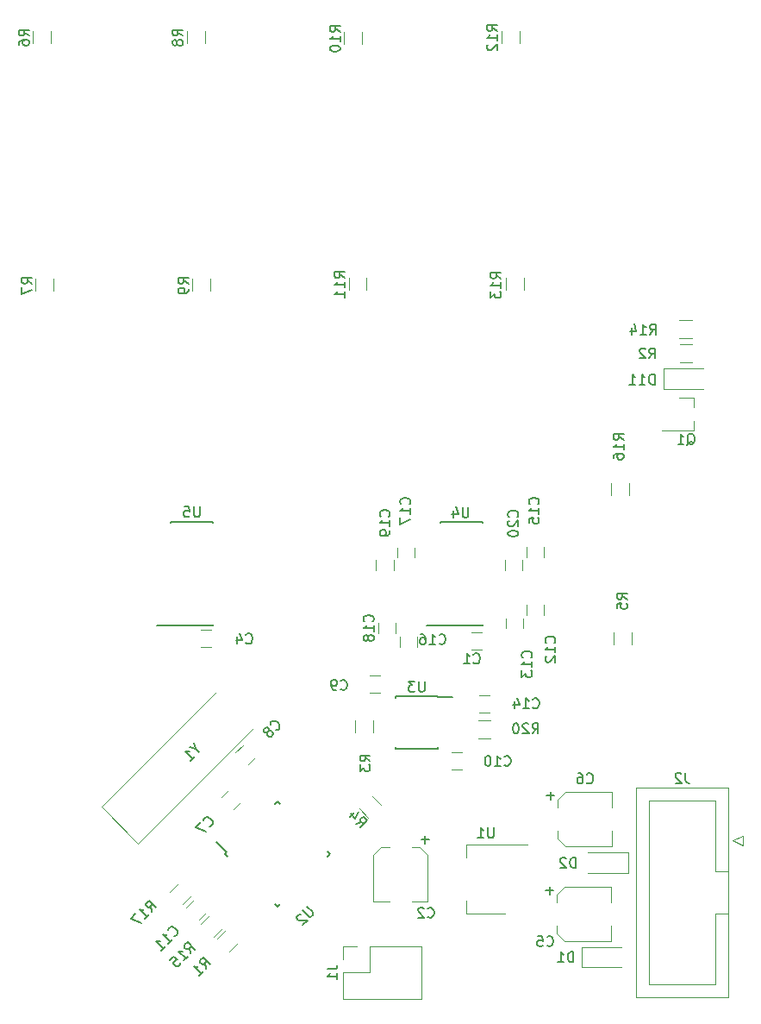
<source format=gbr>
%TF.GenerationSoftware,KiCad,Pcbnew,(5.1.6-0)*%
%TF.CreationDate,2020-12-21T20:53:18-08:00*%
%TF.ProjectId,circuit_board,63697263-7569-4745-9f62-6f6172642e6b,rev?*%
%TF.SameCoordinates,Original*%
%TF.FileFunction,Legend,Bot*%
%TF.FilePolarity,Positive*%
%FSLAX46Y46*%
G04 Gerber Fmt 4.6, Leading zero omitted, Abs format (unit mm)*
G04 Created by KiCad (PCBNEW (5.1.6-0)) date 2020-12-21 20:53:18*
%MOMM*%
%LPD*%
G01*
G04 APERTURE LIST*
%ADD10C,0.120000*%
%ADD11C,0.150000*%
G04 APERTURE END LIST*
D10*
%TO.C,C10*%
X169300000Y-110850000D02*
X168300000Y-110850000D01*
X168300000Y-109150000D02*
X169300000Y-109150000D01*
D11*
%TO.C,U3*%
X166926080Y-103728280D02*
X168326080Y-103728280D01*
X166926080Y-108828280D02*
X162776080Y-108828280D01*
X166926080Y-103678280D02*
X162776080Y-103678280D01*
X166926080Y-108828280D02*
X166926080Y-108683280D01*
X162776080Y-108828280D02*
X162776080Y-108683280D01*
X162776080Y-103678280D02*
X162776080Y-103823280D01*
X166926080Y-103678280D02*
X166926080Y-103728280D01*
D10*
%TO.C,R20*%
X172100000Y-106020000D02*
X170900000Y-106020000D01*
X170900000Y-107780000D02*
X172100000Y-107780000D01*
%TO.C,Q1*%
X192060000Y-74370000D02*
X190600000Y-74370000D01*
X192060000Y-77530000D02*
X188900000Y-77530000D01*
X192060000Y-77530000D02*
X192060000Y-76600000D01*
X192060000Y-74370000D02*
X192060000Y-75300000D01*
%TO.C,D11*%
X189050000Y-73500000D02*
X192950000Y-73500000D01*
X189050000Y-71500000D02*
X192950000Y-71500000D01*
X189050000Y-73500000D02*
X189050000Y-71500000D01*
%TO.C,D2*%
X185577040Y-118969280D02*
X181677040Y-118969280D01*
X185577040Y-120969280D02*
X181677040Y-120969280D01*
X185577040Y-118969280D02*
X185577040Y-120969280D01*
%TO.C,D1*%
X181031320Y-130250440D02*
X184931320Y-130250440D01*
X181031320Y-128250440D02*
X184931320Y-128250440D01*
X181031320Y-130250440D02*
X181031320Y-128250440D01*
%TO.C,C20*%
X173500000Y-91300000D02*
X173500000Y-90300000D01*
X175200000Y-90300000D02*
X175200000Y-91300000D01*
%TO.C,C19*%
X160850000Y-91300000D02*
X160850000Y-90300000D01*
X162550000Y-90300000D02*
X162550000Y-91300000D01*
%TO.C,C18*%
X162750000Y-96450000D02*
X162750000Y-97450000D01*
X161050000Y-97450000D02*
X161050000Y-96450000D01*
%TO.C,C17*%
X162900000Y-90050000D02*
X162900000Y-89050000D01*
X164600000Y-89050000D02*
X164600000Y-90050000D01*
%TO.C,C16*%
X164850000Y-97800000D02*
X164850000Y-98800000D01*
X163150000Y-98800000D02*
X163150000Y-97800000D01*
%TO.C,C15*%
X175600000Y-90000000D02*
X175600000Y-89000000D01*
X177300000Y-89000000D02*
X177300000Y-90000000D01*
%TO.C,C14*%
X172000000Y-105250000D02*
X171000000Y-105250000D01*
X171000000Y-103550000D02*
X172000000Y-103550000D01*
%TO.C,C13*%
X175300000Y-96000000D02*
X175300000Y-97000000D01*
X173600000Y-97000000D02*
X173600000Y-96000000D01*
%TO.C,C12*%
X177300000Y-94700000D02*
X177300000Y-95700000D01*
X175600000Y-95700000D02*
X175600000Y-94700000D01*
%TO.C,C1*%
X170250000Y-97350000D02*
X171250000Y-97350000D01*
X171250000Y-99050000D02*
X170250000Y-99050000D01*
%TO.C,R12*%
X173155720Y-38363600D02*
X173155720Y-39563600D01*
X174915720Y-39563600D02*
X174915720Y-38363600D01*
%TO.C,J2*%
X195471480Y-112615520D02*
X186351480Y-112615520D01*
X186351480Y-112615520D02*
X186351480Y-133195520D01*
X186351480Y-133195520D02*
X195471480Y-133195520D01*
X195471480Y-133195520D02*
X195471480Y-112615520D01*
X195471480Y-120855520D02*
X194161480Y-120855520D01*
X194161480Y-120855520D02*
X194161480Y-113915520D01*
X194161480Y-113915520D02*
X187661480Y-113915520D01*
X187661480Y-113915520D02*
X187661480Y-131895520D01*
X187661480Y-131895520D02*
X194161480Y-131895520D01*
X194161480Y-131895520D02*
X194161480Y-124955520D01*
X194161480Y-124955520D02*
X194161480Y-124955520D01*
X194161480Y-124955520D02*
X195471480Y-124955520D01*
X195861480Y-117825520D02*
X196861480Y-117325520D01*
X196861480Y-117325520D02*
X196861480Y-118325520D01*
X196861480Y-118325520D02*
X195861480Y-117825520D01*
%TO.C,C2*%
X165906120Y-119197200D02*
X165906120Y-123777200D01*
X165146120Y-118437200D02*
X165906120Y-119197200D01*
X160576120Y-119197200D02*
X161336120Y-118437200D01*
X160576120Y-123777200D02*
X160576120Y-119197200D01*
X161336120Y-118437200D02*
X162126120Y-118437200D01*
X165146120Y-118437200D02*
X164356120Y-118437200D01*
X165906120Y-123777200D02*
X164356120Y-123777200D01*
X160576120Y-123777200D02*
X162126120Y-123777200D01*
%TO.C,C4*%
X144650000Y-98800000D02*
X143650000Y-98800000D01*
X143650000Y-97100000D02*
X144650000Y-97100000D01*
%TO.C,C5*%
X183949800Y-127683400D02*
X183949800Y-126133400D01*
X183949800Y-122353400D02*
X183949800Y-123903400D01*
X178609800Y-123113400D02*
X178609800Y-123903400D01*
X178609800Y-126923400D02*
X178609800Y-126133400D01*
X183949800Y-127683400D02*
X179369800Y-127683400D01*
X179369800Y-127683400D02*
X178609800Y-126923400D01*
X178609800Y-123113400D02*
X179369800Y-122353400D01*
X179369800Y-122353400D02*
X183949800Y-122353400D01*
%TO.C,C6*%
X179466320Y-113046840D02*
X184046320Y-113046840D01*
X178706320Y-113806840D02*
X179466320Y-113046840D01*
X179466320Y-118376840D02*
X178706320Y-117616840D01*
X184046320Y-118376840D02*
X179466320Y-118376840D01*
X178706320Y-117616840D02*
X178706320Y-116826840D01*
X178706320Y-113806840D02*
X178706320Y-114596840D01*
X184046320Y-113046840D02*
X184046320Y-114596840D01*
X184046320Y-118376840D02*
X184046320Y-116826840D01*
%TO.C,C7*%
X145645406Y-113552513D02*
X146352513Y-112845406D01*
X147554594Y-114047487D02*
X146847487Y-114754594D01*
%TO.C,C8*%
X147045406Y-109152513D02*
X147752513Y-108445406D01*
X148954594Y-109647487D02*
X148247487Y-110354594D01*
%TO.C,C9*%
X160200000Y-101650000D02*
X161200000Y-101650000D01*
X161200000Y-103350000D02*
X160200000Y-103350000D01*
%TO.C,C11*%
X142215046Y-124375073D02*
X142922153Y-123667966D01*
X144124234Y-124870047D02*
X143417127Y-125577154D01*
%TO.C,R2*%
X191900000Y-69120000D02*
X190700000Y-69120000D01*
X190700000Y-70880000D02*
X191900000Y-70880000D01*
%TO.C,R3*%
X158820000Y-106000000D02*
X158820000Y-107200000D01*
X160580000Y-107200000D02*
X160580000Y-106000000D01*
%TO.C,R4*%
X161296518Y-114302010D02*
X160447990Y-113453482D01*
X159203482Y-114697990D02*
X160052010Y-115546518D01*
%TO.C,R5*%
X185980000Y-98600000D02*
X185980000Y-97400000D01*
X184220000Y-97400000D02*
X184220000Y-98600000D01*
%TO.C,R6*%
X128885840Y-39599160D02*
X128885840Y-38399160D01*
X127125840Y-38399160D02*
X127125840Y-39599160D01*
%TO.C,R7*%
X129165240Y-63835840D02*
X129165240Y-62635840D01*
X127405240Y-62635840D02*
X127405240Y-63835840D01*
%TO.C,R8*%
X142279480Y-38399160D02*
X142279480Y-39599160D01*
X144039480Y-39599160D02*
X144039480Y-38399160D01*
%TO.C,R9*%
X144567800Y-63840920D02*
X144567800Y-62640920D01*
X142807800Y-62640920D02*
X142807800Y-63840920D01*
%TO.C,R10*%
X159457280Y-39649960D02*
X159457280Y-38449960D01*
X157697280Y-38449960D02*
X157697280Y-39649960D01*
%TO.C,R11*%
X158154480Y-62600280D02*
X158154480Y-63800280D01*
X159914480Y-63800280D02*
X159914480Y-62600280D01*
%TO.C,R13*%
X173577360Y-62605360D02*
X173577360Y-63805360D01*
X175337360Y-63805360D02*
X175337360Y-62605360D01*
%TO.C,R14*%
X190650000Y-68480000D02*
X191850000Y-68480000D01*
X191850000Y-66720000D02*
X190650000Y-66720000D01*
%TO.C,R15*%
X144502010Y-125153482D02*
X143653482Y-126002010D01*
X144897990Y-127246518D02*
X145746518Y-126397990D01*
%TO.C,R16*%
X183920000Y-82700000D02*
X183920000Y-83900000D01*
X185680000Y-83900000D02*
X185680000Y-82700000D01*
%TO.C,R17*%
X141452010Y-122003482D02*
X140603482Y-122852010D01*
X141847990Y-124096518D02*
X142696518Y-123247990D01*
%TO.C,U1*%
X175722720Y-118195040D02*
X169712720Y-118195040D01*
X173472720Y-125015040D02*
X169712720Y-125015040D01*
X169712720Y-118195040D02*
X169712720Y-119455040D01*
X169712720Y-125015040D02*
X169712720Y-123755040D01*
D11*
%TO.C,U4*%
X167143960Y-96684640D02*
X165768960Y-96684640D01*
X167143960Y-86559640D02*
X171293960Y-86559640D01*
X167143960Y-96709640D02*
X171293960Y-96709640D01*
X167143960Y-86559640D02*
X167143960Y-86664640D01*
X171293960Y-86559640D02*
X171293960Y-86664640D01*
X171293960Y-96709640D02*
X171293960Y-96604640D01*
X167143960Y-96709640D02*
X167143960Y-96684640D01*
%TO.C,U5*%
X140642520Y-96667800D02*
X139267520Y-96667800D01*
X140642520Y-86542800D02*
X144792520Y-86542800D01*
X140642520Y-96692800D02*
X144792520Y-96692800D01*
X140642520Y-86542800D02*
X140642520Y-86647800D01*
X144792520Y-86542800D02*
X144792520Y-86647800D01*
X144792520Y-96692800D02*
X144792520Y-96587800D01*
X140642520Y-96692800D02*
X140642520Y-96667800D01*
D10*
%TO.C,J1*%
X165317480Y-128169360D02*
X165317480Y-133369360D01*
X160177480Y-128169360D02*
X165317480Y-128169360D01*
X157577480Y-133369360D02*
X165317480Y-133369360D01*
X160177480Y-128169360D02*
X160177480Y-130769360D01*
X160177480Y-130769360D02*
X157577480Y-130769360D01*
X157577480Y-130769360D02*
X157577480Y-133369360D01*
X158907480Y-128169360D02*
X157577480Y-128169360D01*
X157577480Y-128169360D02*
X157577480Y-129499360D01*
%TO.C,R1*%
X146039970Y-126603722D02*
X145191442Y-127452250D01*
X146435950Y-128696758D02*
X147284478Y-127848230D01*
D11*
%TO.C,U2*%
X146193055Y-118987221D02*
X145185428Y-117979594D01*
X151160480Y-124272844D02*
X150930670Y-124043034D01*
X156287004Y-119146320D02*
X156057194Y-118916510D01*
X151160480Y-114019796D02*
X151390290Y-114249606D01*
X146033956Y-119146320D02*
X146263766Y-119376130D01*
X151160480Y-114019796D02*
X150930670Y-114249606D01*
X156287004Y-119146320D02*
X156057194Y-119376130D01*
X151160480Y-124272844D02*
X151390290Y-124043034D01*
X146033956Y-119146320D02*
X146193055Y-118987221D01*
D10*
%TO.C,Y1*%
X133874290Y-114512866D02*
X145170321Y-103216835D01*
X137480534Y-118119110D02*
X133874290Y-114512866D01*
X148776565Y-106823079D02*
X137480534Y-118119110D01*
%TO.C,C10*%
D11*
X173442857Y-110407142D02*
X173490476Y-110454761D01*
X173633333Y-110502380D01*
X173728571Y-110502380D01*
X173871428Y-110454761D01*
X173966666Y-110359523D01*
X174014285Y-110264285D01*
X174061904Y-110073809D01*
X174061904Y-109930952D01*
X174014285Y-109740476D01*
X173966666Y-109645238D01*
X173871428Y-109550000D01*
X173728571Y-109502380D01*
X173633333Y-109502380D01*
X173490476Y-109550000D01*
X173442857Y-109597619D01*
X172490476Y-110502380D02*
X173061904Y-110502380D01*
X172776190Y-110502380D02*
X172776190Y-109502380D01*
X172871428Y-109645238D01*
X172966666Y-109740476D01*
X173061904Y-109788095D01*
X171871428Y-109502380D02*
X171776190Y-109502380D01*
X171680952Y-109550000D01*
X171633333Y-109597619D01*
X171585714Y-109692857D01*
X171538095Y-109883333D01*
X171538095Y-110121428D01*
X171585714Y-110311904D01*
X171633333Y-110407142D01*
X171680952Y-110454761D01*
X171776190Y-110502380D01*
X171871428Y-110502380D01*
X171966666Y-110454761D01*
X172014285Y-110407142D01*
X172061904Y-110311904D01*
X172109523Y-110121428D01*
X172109523Y-109883333D01*
X172061904Y-109692857D01*
X172014285Y-109597619D01*
X171966666Y-109550000D01*
X171871428Y-109502380D01*
%TO.C,U3*%
X165612984Y-102205660D02*
X165612984Y-103015184D01*
X165565365Y-103110422D01*
X165517746Y-103158041D01*
X165422508Y-103205660D01*
X165232032Y-103205660D01*
X165136794Y-103158041D01*
X165089175Y-103110422D01*
X165041556Y-103015184D01*
X165041556Y-102205660D01*
X164660603Y-102205660D02*
X164041556Y-102205660D01*
X164374889Y-102586613D01*
X164232032Y-102586613D01*
X164136794Y-102634232D01*
X164089175Y-102681851D01*
X164041556Y-102777089D01*
X164041556Y-103015184D01*
X164089175Y-103110422D01*
X164136794Y-103158041D01*
X164232032Y-103205660D01*
X164517746Y-103205660D01*
X164612984Y-103158041D01*
X164660603Y-103110422D01*
%TO.C,R20*%
X176192857Y-107302380D02*
X176526190Y-106826190D01*
X176764285Y-107302380D02*
X176764285Y-106302380D01*
X176383333Y-106302380D01*
X176288095Y-106350000D01*
X176240476Y-106397619D01*
X176192857Y-106492857D01*
X176192857Y-106635714D01*
X176240476Y-106730952D01*
X176288095Y-106778571D01*
X176383333Y-106826190D01*
X176764285Y-106826190D01*
X175811904Y-106397619D02*
X175764285Y-106350000D01*
X175669047Y-106302380D01*
X175430952Y-106302380D01*
X175335714Y-106350000D01*
X175288095Y-106397619D01*
X175240476Y-106492857D01*
X175240476Y-106588095D01*
X175288095Y-106730952D01*
X175859523Y-107302380D01*
X175240476Y-107302380D01*
X174621428Y-106302380D02*
X174526190Y-106302380D01*
X174430952Y-106350000D01*
X174383333Y-106397619D01*
X174335714Y-106492857D01*
X174288095Y-106683333D01*
X174288095Y-106921428D01*
X174335714Y-107111904D01*
X174383333Y-107207142D01*
X174430952Y-107254761D01*
X174526190Y-107302380D01*
X174621428Y-107302380D01*
X174716666Y-107254761D01*
X174764285Y-107207142D01*
X174811904Y-107111904D01*
X174859523Y-106921428D01*
X174859523Y-106683333D01*
X174811904Y-106492857D01*
X174764285Y-106397619D01*
X174716666Y-106350000D01*
X174621428Y-106302380D01*
%TO.C,Q1*%
X191395238Y-78997619D02*
X191490476Y-78950000D01*
X191585714Y-78854761D01*
X191728571Y-78711904D01*
X191823809Y-78664285D01*
X191919047Y-78664285D01*
X191871428Y-78902380D02*
X191966666Y-78854761D01*
X192061904Y-78759523D01*
X192109523Y-78569047D01*
X192109523Y-78235714D01*
X192061904Y-78045238D01*
X191966666Y-77950000D01*
X191871428Y-77902380D01*
X191680952Y-77902380D01*
X191585714Y-77950000D01*
X191490476Y-78045238D01*
X191442857Y-78235714D01*
X191442857Y-78569047D01*
X191490476Y-78759523D01*
X191585714Y-78854761D01*
X191680952Y-78902380D01*
X191871428Y-78902380D01*
X190490476Y-78902380D02*
X191061904Y-78902380D01*
X190776190Y-78902380D02*
X190776190Y-77902380D01*
X190871428Y-78045238D01*
X190966666Y-78140476D01*
X191061904Y-78188095D01*
%TO.C,D11*%
X188214285Y-73052380D02*
X188214285Y-72052380D01*
X187976190Y-72052380D01*
X187833333Y-72100000D01*
X187738095Y-72195238D01*
X187690476Y-72290476D01*
X187642857Y-72480952D01*
X187642857Y-72623809D01*
X187690476Y-72814285D01*
X187738095Y-72909523D01*
X187833333Y-73004761D01*
X187976190Y-73052380D01*
X188214285Y-73052380D01*
X186690476Y-73052380D02*
X187261904Y-73052380D01*
X186976190Y-73052380D02*
X186976190Y-72052380D01*
X187071428Y-72195238D01*
X187166666Y-72290476D01*
X187261904Y-72338095D01*
X185738095Y-73052380D02*
X186309523Y-73052380D01*
X186023809Y-73052380D02*
X186023809Y-72052380D01*
X186119047Y-72195238D01*
X186214285Y-72290476D01*
X186309523Y-72338095D01*
%TO.C,D2*%
X180438095Y-120502380D02*
X180438095Y-119502380D01*
X180200000Y-119502380D01*
X180057142Y-119550000D01*
X179961904Y-119645238D01*
X179914285Y-119740476D01*
X179866666Y-119930952D01*
X179866666Y-120073809D01*
X179914285Y-120264285D01*
X179961904Y-120359523D01*
X180057142Y-120454761D01*
X180200000Y-120502380D01*
X180438095Y-120502380D01*
X179485714Y-119597619D02*
X179438095Y-119550000D01*
X179342857Y-119502380D01*
X179104761Y-119502380D01*
X179009523Y-119550000D01*
X178961904Y-119597619D01*
X178914285Y-119692857D01*
X178914285Y-119788095D01*
X178961904Y-119930952D01*
X179533333Y-120502380D01*
X178914285Y-120502380D01*
%TO.C,D1*%
X180238095Y-129752380D02*
X180238095Y-128752380D01*
X180000000Y-128752380D01*
X179857142Y-128800000D01*
X179761904Y-128895238D01*
X179714285Y-128990476D01*
X179666666Y-129180952D01*
X179666666Y-129323809D01*
X179714285Y-129514285D01*
X179761904Y-129609523D01*
X179857142Y-129704761D01*
X180000000Y-129752380D01*
X180238095Y-129752380D01*
X178714285Y-129752380D02*
X179285714Y-129752380D01*
X179000000Y-129752380D02*
X179000000Y-128752380D01*
X179095238Y-128895238D01*
X179190476Y-128990476D01*
X179285714Y-129038095D01*
%TO.C,C20*%
X174707142Y-86057142D02*
X174754761Y-86009523D01*
X174802380Y-85866666D01*
X174802380Y-85771428D01*
X174754761Y-85628571D01*
X174659523Y-85533333D01*
X174564285Y-85485714D01*
X174373809Y-85438095D01*
X174230952Y-85438095D01*
X174040476Y-85485714D01*
X173945238Y-85533333D01*
X173850000Y-85628571D01*
X173802380Y-85771428D01*
X173802380Y-85866666D01*
X173850000Y-86009523D01*
X173897619Y-86057142D01*
X173897619Y-86438095D02*
X173850000Y-86485714D01*
X173802380Y-86580952D01*
X173802380Y-86819047D01*
X173850000Y-86914285D01*
X173897619Y-86961904D01*
X173992857Y-87009523D01*
X174088095Y-87009523D01*
X174230952Y-86961904D01*
X174802380Y-86390476D01*
X174802380Y-87009523D01*
X173802380Y-87628571D02*
X173802380Y-87723809D01*
X173850000Y-87819047D01*
X173897619Y-87866666D01*
X173992857Y-87914285D01*
X174183333Y-87961904D01*
X174421428Y-87961904D01*
X174611904Y-87914285D01*
X174707142Y-87866666D01*
X174754761Y-87819047D01*
X174802380Y-87723809D01*
X174802380Y-87628571D01*
X174754761Y-87533333D01*
X174707142Y-87485714D01*
X174611904Y-87438095D01*
X174421428Y-87390476D01*
X174183333Y-87390476D01*
X173992857Y-87438095D01*
X173897619Y-87485714D01*
X173850000Y-87533333D01*
X173802380Y-87628571D01*
%TO.C,C19*%
X162107142Y-86007142D02*
X162154761Y-85959523D01*
X162202380Y-85816666D01*
X162202380Y-85721428D01*
X162154761Y-85578571D01*
X162059523Y-85483333D01*
X161964285Y-85435714D01*
X161773809Y-85388095D01*
X161630952Y-85388095D01*
X161440476Y-85435714D01*
X161345238Y-85483333D01*
X161250000Y-85578571D01*
X161202380Y-85721428D01*
X161202380Y-85816666D01*
X161250000Y-85959523D01*
X161297619Y-86007142D01*
X162202380Y-86959523D02*
X162202380Y-86388095D01*
X162202380Y-86673809D02*
X161202380Y-86673809D01*
X161345238Y-86578571D01*
X161440476Y-86483333D01*
X161488095Y-86388095D01*
X162202380Y-87435714D02*
X162202380Y-87626190D01*
X162154761Y-87721428D01*
X162107142Y-87769047D01*
X161964285Y-87864285D01*
X161773809Y-87911904D01*
X161392857Y-87911904D01*
X161297619Y-87864285D01*
X161250000Y-87816666D01*
X161202380Y-87721428D01*
X161202380Y-87530952D01*
X161250000Y-87435714D01*
X161297619Y-87388095D01*
X161392857Y-87340476D01*
X161630952Y-87340476D01*
X161726190Y-87388095D01*
X161773809Y-87435714D01*
X161821428Y-87530952D01*
X161821428Y-87721428D01*
X161773809Y-87816666D01*
X161726190Y-87864285D01*
X161630952Y-87911904D01*
%TO.C,C18*%
X160507142Y-96307142D02*
X160554761Y-96259523D01*
X160602380Y-96116666D01*
X160602380Y-96021428D01*
X160554761Y-95878571D01*
X160459523Y-95783333D01*
X160364285Y-95735714D01*
X160173809Y-95688095D01*
X160030952Y-95688095D01*
X159840476Y-95735714D01*
X159745238Y-95783333D01*
X159650000Y-95878571D01*
X159602380Y-96021428D01*
X159602380Y-96116666D01*
X159650000Y-96259523D01*
X159697619Y-96307142D01*
X160602380Y-97259523D02*
X160602380Y-96688095D01*
X160602380Y-96973809D02*
X159602380Y-96973809D01*
X159745238Y-96878571D01*
X159840476Y-96783333D01*
X159888095Y-96688095D01*
X160030952Y-97830952D02*
X159983333Y-97735714D01*
X159935714Y-97688095D01*
X159840476Y-97640476D01*
X159792857Y-97640476D01*
X159697619Y-97688095D01*
X159650000Y-97735714D01*
X159602380Y-97830952D01*
X159602380Y-98021428D01*
X159650000Y-98116666D01*
X159697619Y-98164285D01*
X159792857Y-98211904D01*
X159840476Y-98211904D01*
X159935714Y-98164285D01*
X159983333Y-98116666D01*
X160030952Y-98021428D01*
X160030952Y-97830952D01*
X160078571Y-97735714D01*
X160126190Y-97688095D01*
X160221428Y-97640476D01*
X160411904Y-97640476D01*
X160507142Y-97688095D01*
X160554761Y-97735714D01*
X160602380Y-97830952D01*
X160602380Y-98021428D01*
X160554761Y-98116666D01*
X160507142Y-98164285D01*
X160411904Y-98211904D01*
X160221428Y-98211904D01*
X160126190Y-98164285D01*
X160078571Y-98116666D01*
X160030952Y-98021428D01*
%TO.C,C17*%
X164107142Y-84807142D02*
X164154761Y-84759523D01*
X164202380Y-84616666D01*
X164202380Y-84521428D01*
X164154761Y-84378571D01*
X164059523Y-84283333D01*
X163964285Y-84235714D01*
X163773809Y-84188095D01*
X163630952Y-84188095D01*
X163440476Y-84235714D01*
X163345238Y-84283333D01*
X163250000Y-84378571D01*
X163202380Y-84521428D01*
X163202380Y-84616666D01*
X163250000Y-84759523D01*
X163297619Y-84807142D01*
X164202380Y-85759523D02*
X164202380Y-85188095D01*
X164202380Y-85473809D02*
X163202380Y-85473809D01*
X163345238Y-85378571D01*
X163440476Y-85283333D01*
X163488095Y-85188095D01*
X163202380Y-86092857D02*
X163202380Y-86759523D01*
X164202380Y-86330952D01*
%TO.C,C16*%
X167042857Y-98457142D02*
X167090476Y-98504761D01*
X167233333Y-98552380D01*
X167328571Y-98552380D01*
X167471428Y-98504761D01*
X167566666Y-98409523D01*
X167614285Y-98314285D01*
X167661904Y-98123809D01*
X167661904Y-97980952D01*
X167614285Y-97790476D01*
X167566666Y-97695238D01*
X167471428Y-97600000D01*
X167328571Y-97552380D01*
X167233333Y-97552380D01*
X167090476Y-97600000D01*
X167042857Y-97647619D01*
X166090476Y-98552380D02*
X166661904Y-98552380D01*
X166376190Y-98552380D02*
X166376190Y-97552380D01*
X166471428Y-97695238D01*
X166566666Y-97790476D01*
X166661904Y-97838095D01*
X165233333Y-97552380D02*
X165423809Y-97552380D01*
X165519047Y-97600000D01*
X165566666Y-97647619D01*
X165661904Y-97790476D01*
X165709523Y-97980952D01*
X165709523Y-98361904D01*
X165661904Y-98457142D01*
X165614285Y-98504761D01*
X165519047Y-98552380D01*
X165328571Y-98552380D01*
X165233333Y-98504761D01*
X165185714Y-98457142D01*
X165138095Y-98361904D01*
X165138095Y-98123809D01*
X165185714Y-98028571D01*
X165233333Y-97980952D01*
X165328571Y-97933333D01*
X165519047Y-97933333D01*
X165614285Y-97980952D01*
X165661904Y-98028571D01*
X165709523Y-98123809D01*
%TO.C,C15*%
X176757142Y-84807142D02*
X176804761Y-84759523D01*
X176852380Y-84616666D01*
X176852380Y-84521428D01*
X176804761Y-84378571D01*
X176709523Y-84283333D01*
X176614285Y-84235714D01*
X176423809Y-84188095D01*
X176280952Y-84188095D01*
X176090476Y-84235714D01*
X175995238Y-84283333D01*
X175900000Y-84378571D01*
X175852380Y-84521428D01*
X175852380Y-84616666D01*
X175900000Y-84759523D01*
X175947619Y-84807142D01*
X176852380Y-85759523D02*
X176852380Y-85188095D01*
X176852380Y-85473809D02*
X175852380Y-85473809D01*
X175995238Y-85378571D01*
X176090476Y-85283333D01*
X176138095Y-85188095D01*
X175852380Y-86664285D02*
X175852380Y-86188095D01*
X176328571Y-86140476D01*
X176280952Y-86188095D01*
X176233333Y-86283333D01*
X176233333Y-86521428D01*
X176280952Y-86616666D01*
X176328571Y-86664285D01*
X176423809Y-86711904D01*
X176661904Y-86711904D01*
X176757142Y-86664285D01*
X176804761Y-86616666D01*
X176852380Y-86521428D01*
X176852380Y-86283333D01*
X176804761Y-86188095D01*
X176757142Y-86140476D01*
%TO.C,C14*%
X176242857Y-104757142D02*
X176290476Y-104804761D01*
X176433333Y-104852380D01*
X176528571Y-104852380D01*
X176671428Y-104804761D01*
X176766666Y-104709523D01*
X176814285Y-104614285D01*
X176861904Y-104423809D01*
X176861904Y-104280952D01*
X176814285Y-104090476D01*
X176766666Y-103995238D01*
X176671428Y-103900000D01*
X176528571Y-103852380D01*
X176433333Y-103852380D01*
X176290476Y-103900000D01*
X176242857Y-103947619D01*
X175290476Y-104852380D02*
X175861904Y-104852380D01*
X175576190Y-104852380D02*
X175576190Y-103852380D01*
X175671428Y-103995238D01*
X175766666Y-104090476D01*
X175861904Y-104138095D01*
X174433333Y-104185714D02*
X174433333Y-104852380D01*
X174671428Y-103804761D02*
X174909523Y-104519047D01*
X174290476Y-104519047D01*
%TO.C,C13*%
X176057142Y-99857142D02*
X176104761Y-99809523D01*
X176152380Y-99666666D01*
X176152380Y-99571428D01*
X176104761Y-99428571D01*
X176009523Y-99333333D01*
X175914285Y-99285714D01*
X175723809Y-99238095D01*
X175580952Y-99238095D01*
X175390476Y-99285714D01*
X175295238Y-99333333D01*
X175200000Y-99428571D01*
X175152380Y-99571428D01*
X175152380Y-99666666D01*
X175200000Y-99809523D01*
X175247619Y-99857142D01*
X176152380Y-100809523D02*
X176152380Y-100238095D01*
X176152380Y-100523809D02*
X175152380Y-100523809D01*
X175295238Y-100428571D01*
X175390476Y-100333333D01*
X175438095Y-100238095D01*
X175152380Y-101142857D02*
X175152380Y-101761904D01*
X175533333Y-101428571D01*
X175533333Y-101571428D01*
X175580952Y-101666666D01*
X175628571Y-101714285D01*
X175723809Y-101761904D01*
X175961904Y-101761904D01*
X176057142Y-101714285D01*
X176104761Y-101666666D01*
X176152380Y-101571428D01*
X176152380Y-101285714D01*
X176104761Y-101190476D01*
X176057142Y-101142857D01*
%TO.C,C12*%
X178357142Y-98407142D02*
X178404761Y-98359523D01*
X178452380Y-98216666D01*
X178452380Y-98121428D01*
X178404761Y-97978571D01*
X178309523Y-97883333D01*
X178214285Y-97835714D01*
X178023809Y-97788095D01*
X177880952Y-97788095D01*
X177690476Y-97835714D01*
X177595238Y-97883333D01*
X177500000Y-97978571D01*
X177452380Y-98121428D01*
X177452380Y-98216666D01*
X177500000Y-98359523D01*
X177547619Y-98407142D01*
X178452380Y-99359523D02*
X178452380Y-98788095D01*
X178452380Y-99073809D02*
X177452380Y-99073809D01*
X177595238Y-98978571D01*
X177690476Y-98883333D01*
X177738095Y-98788095D01*
X177547619Y-99740476D02*
X177500000Y-99788095D01*
X177452380Y-99883333D01*
X177452380Y-100121428D01*
X177500000Y-100216666D01*
X177547619Y-100264285D01*
X177642857Y-100311904D01*
X177738095Y-100311904D01*
X177880952Y-100264285D01*
X178452380Y-99692857D01*
X178452380Y-100311904D01*
%TO.C,C1*%
X170416666Y-100357142D02*
X170464285Y-100404761D01*
X170607142Y-100452380D01*
X170702380Y-100452380D01*
X170845238Y-100404761D01*
X170940476Y-100309523D01*
X170988095Y-100214285D01*
X171035714Y-100023809D01*
X171035714Y-99880952D01*
X170988095Y-99690476D01*
X170940476Y-99595238D01*
X170845238Y-99500000D01*
X170702380Y-99452380D01*
X170607142Y-99452380D01*
X170464285Y-99500000D01*
X170416666Y-99547619D01*
X169464285Y-100452380D02*
X170035714Y-100452380D01*
X169750000Y-100452380D02*
X169750000Y-99452380D01*
X169845238Y-99595238D01*
X169940476Y-99690476D01*
X170035714Y-99738095D01*
%TO.C,R12*%
X172752380Y-38357142D02*
X172276190Y-38023809D01*
X172752380Y-37785714D02*
X171752380Y-37785714D01*
X171752380Y-38166666D01*
X171800000Y-38261904D01*
X171847619Y-38309523D01*
X171942857Y-38357142D01*
X172085714Y-38357142D01*
X172180952Y-38309523D01*
X172228571Y-38261904D01*
X172276190Y-38166666D01*
X172276190Y-37785714D01*
X172752380Y-39309523D02*
X172752380Y-38738095D01*
X172752380Y-39023809D02*
X171752380Y-39023809D01*
X171895238Y-38928571D01*
X171990476Y-38833333D01*
X172038095Y-38738095D01*
X171847619Y-39690476D02*
X171800000Y-39738095D01*
X171752380Y-39833333D01*
X171752380Y-40071428D01*
X171800000Y-40166666D01*
X171847619Y-40214285D01*
X171942857Y-40261904D01*
X172038095Y-40261904D01*
X172180952Y-40214285D01*
X172752380Y-39642857D01*
X172752380Y-40261904D01*
%TO.C,J2*%
X191244813Y-111177900D02*
X191244813Y-111892186D01*
X191292432Y-112035043D01*
X191387670Y-112130281D01*
X191530527Y-112177900D01*
X191625765Y-112177900D01*
X190816241Y-111273139D02*
X190768622Y-111225520D01*
X190673384Y-111177900D01*
X190435289Y-111177900D01*
X190340051Y-111225520D01*
X190292432Y-111273139D01*
X190244813Y-111368377D01*
X190244813Y-111463615D01*
X190292432Y-111606472D01*
X190863860Y-112177900D01*
X190244813Y-112177900D01*
%TO.C,C2*%
X165916666Y-125307142D02*
X165964285Y-125354761D01*
X166107142Y-125402380D01*
X166202380Y-125402380D01*
X166345238Y-125354761D01*
X166440476Y-125259523D01*
X166488095Y-125164285D01*
X166535714Y-124973809D01*
X166535714Y-124830952D01*
X166488095Y-124640476D01*
X166440476Y-124545238D01*
X166345238Y-124450000D01*
X166202380Y-124402380D01*
X166107142Y-124402380D01*
X165964285Y-124450000D01*
X165916666Y-124497619D01*
X165535714Y-124497619D02*
X165488095Y-124450000D01*
X165392857Y-124402380D01*
X165154761Y-124402380D01*
X165059523Y-124450000D01*
X165011904Y-124497619D01*
X164964285Y-124592857D01*
X164964285Y-124688095D01*
X165011904Y-124830952D01*
X165583333Y-125402380D01*
X164964285Y-125402380D01*
X165677548Y-117346247D02*
X165677548Y-118108152D01*
X166058500Y-117727200D02*
X165296596Y-117727200D01*
%TO.C,C4*%
X148066666Y-98407142D02*
X148114285Y-98454761D01*
X148257142Y-98502380D01*
X148352380Y-98502380D01*
X148495238Y-98454761D01*
X148590476Y-98359523D01*
X148638095Y-98264285D01*
X148685714Y-98073809D01*
X148685714Y-97930952D01*
X148638095Y-97740476D01*
X148590476Y-97645238D01*
X148495238Y-97550000D01*
X148352380Y-97502380D01*
X148257142Y-97502380D01*
X148114285Y-97550000D01*
X148066666Y-97597619D01*
X147209523Y-97835714D02*
X147209523Y-98502380D01*
X147447619Y-97454761D02*
X147685714Y-98169047D01*
X147066666Y-98169047D01*
%TO.C,C5*%
X177616666Y-128107142D02*
X177664285Y-128154761D01*
X177807142Y-128202380D01*
X177902380Y-128202380D01*
X178045238Y-128154761D01*
X178140476Y-128059523D01*
X178188095Y-127964285D01*
X178235714Y-127773809D01*
X178235714Y-127630952D01*
X178188095Y-127440476D01*
X178140476Y-127345238D01*
X178045238Y-127250000D01*
X177902380Y-127202380D01*
X177807142Y-127202380D01*
X177664285Y-127250000D01*
X177616666Y-127297619D01*
X176711904Y-127202380D02*
X177188095Y-127202380D01*
X177235714Y-127678571D01*
X177188095Y-127630952D01*
X177092857Y-127583333D01*
X176854761Y-127583333D01*
X176759523Y-127630952D01*
X176711904Y-127678571D01*
X176664285Y-127773809D01*
X176664285Y-128011904D01*
X176711904Y-128107142D01*
X176759523Y-128154761D01*
X176854761Y-128202380D01*
X177092857Y-128202380D01*
X177188095Y-128154761D01*
X177235714Y-128107142D01*
X178280752Y-122724828D02*
X177518847Y-122724828D01*
X177899800Y-123105780D02*
X177899800Y-122343876D01*
%TO.C,C6*%
X181542986Y-112123982D02*
X181590605Y-112171601D01*
X181733462Y-112219220D01*
X181828700Y-112219220D01*
X181971558Y-112171601D01*
X182066796Y-112076363D01*
X182114415Y-111981125D01*
X182162034Y-111790649D01*
X182162034Y-111647792D01*
X182114415Y-111457316D01*
X182066796Y-111362078D01*
X181971558Y-111266840D01*
X181828700Y-111219220D01*
X181733462Y-111219220D01*
X181590605Y-111266840D01*
X181542986Y-111314459D01*
X180685843Y-111219220D02*
X180876320Y-111219220D01*
X180971558Y-111266840D01*
X181019177Y-111314459D01*
X181114415Y-111457316D01*
X181162034Y-111647792D01*
X181162034Y-112028744D01*
X181114415Y-112123982D01*
X181066796Y-112171601D01*
X180971558Y-112219220D01*
X180781081Y-112219220D01*
X180685843Y-112171601D01*
X180638224Y-112123982D01*
X180590605Y-112028744D01*
X180590605Y-111790649D01*
X180638224Y-111695411D01*
X180685843Y-111647792D01*
X180781081Y-111600173D01*
X180971558Y-111600173D01*
X181066796Y-111647792D01*
X181114415Y-111695411D01*
X181162034Y-111790649D01*
X178377272Y-113418268D02*
X177615367Y-113418268D01*
X177996320Y-113799220D02*
X177996320Y-113037316D01*
%TO.C,C7*%
X144470389Y-116434687D02*
X144537732Y-116434687D01*
X144672419Y-116367343D01*
X144739763Y-116300000D01*
X144807106Y-116165312D01*
X144807106Y-116030625D01*
X144773435Y-115929610D01*
X144672419Y-115761251D01*
X144571404Y-115660236D01*
X144403045Y-115559221D01*
X144302030Y-115525549D01*
X144167343Y-115525549D01*
X144032656Y-115592893D01*
X143965312Y-115660236D01*
X143897969Y-115794923D01*
X143897969Y-115862267D01*
X143594923Y-116030625D02*
X143123519Y-116502030D01*
X144133671Y-116906091D01*
%TO.C,C8*%
X151020389Y-106984687D02*
X151087732Y-106984687D01*
X151222419Y-106917343D01*
X151289763Y-106850000D01*
X151357106Y-106715312D01*
X151357106Y-106580625D01*
X151323435Y-106479610D01*
X151222419Y-106311251D01*
X151121404Y-106210236D01*
X150953045Y-106109221D01*
X150852030Y-106075549D01*
X150717343Y-106075549D01*
X150582656Y-106142893D01*
X150515312Y-106210236D01*
X150447969Y-106344923D01*
X150447969Y-106412267D01*
X150279610Y-107052030D02*
X150313282Y-106951015D01*
X150313282Y-106883671D01*
X150279610Y-106782656D01*
X150245938Y-106748984D01*
X150144923Y-106715312D01*
X150077580Y-106715312D01*
X149976564Y-106748984D01*
X149841877Y-106883671D01*
X149808206Y-106984687D01*
X149808206Y-107052030D01*
X149841877Y-107153045D01*
X149875549Y-107186717D01*
X149976564Y-107220389D01*
X150043908Y-107220389D01*
X150144923Y-107186717D01*
X150279610Y-107052030D01*
X150380625Y-107018358D01*
X150447969Y-107018358D01*
X150548984Y-107052030D01*
X150683671Y-107186717D01*
X150717343Y-107287732D01*
X150717343Y-107355076D01*
X150683671Y-107456091D01*
X150548984Y-107590778D01*
X150447969Y-107624450D01*
X150380625Y-107624450D01*
X150279610Y-107590778D01*
X150144923Y-107456091D01*
X150111251Y-107355076D01*
X150111251Y-107287732D01*
X150144923Y-107186717D01*
%TO.C,C9*%
X157366666Y-102957142D02*
X157414285Y-103004761D01*
X157557142Y-103052380D01*
X157652380Y-103052380D01*
X157795238Y-103004761D01*
X157890476Y-102909523D01*
X157938095Y-102814285D01*
X157985714Y-102623809D01*
X157985714Y-102480952D01*
X157938095Y-102290476D01*
X157890476Y-102195238D01*
X157795238Y-102100000D01*
X157652380Y-102052380D01*
X157557142Y-102052380D01*
X157414285Y-102100000D01*
X157366666Y-102147619D01*
X156890476Y-103052380D02*
X156700000Y-103052380D01*
X156604761Y-103004761D01*
X156557142Y-102957142D01*
X156461904Y-102814285D01*
X156414285Y-102623809D01*
X156414285Y-102242857D01*
X156461904Y-102147619D01*
X156509523Y-102100000D01*
X156604761Y-102052380D01*
X156795238Y-102052380D01*
X156890476Y-102100000D01*
X156938095Y-102147619D01*
X156985714Y-102242857D01*
X156985714Y-102480952D01*
X156938095Y-102576190D01*
X156890476Y-102623809D01*
X156795238Y-102671428D01*
X156604761Y-102671428D01*
X156509523Y-102623809D01*
X156461904Y-102576190D01*
X156414285Y-102480952D01*
%TO.C,C11*%
X141007106Y-127197969D02*
X141074450Y-127197969D01*
X141209137Y-127130625D01*
X141276480Y-127063282D01*
X141343824Y-126928595D01*
X141343824Y-126793908D01*
X141310152Y-126692893D01*
X141209137Y-126524534D01*
X141108122Y-126423519D01*
X140939763Y-126322503D01*
X140838748Y-126288832D01*
X140704061Y-126288832D01*
X140569374Y-126356175D01*
X140502030Y-126423519D01*
X140434687Y-126558206D01*
X140434687Y-126625549D01*
X140401015Y-127938748D02*
X140805076Y-127534687D01*
X140603045Y-127736717D02*
X139895938Y-127029610D01*
X140064297Y-127063282D01*
X140198984Y-127063282D01*
X140300000Y-127029610D01*
X139727580Y-128612183D02*
X140131641Y-128208122D01*
X139929610Y-128410152D02*
X139222503Y-127703045D01*
X139390862Y-127736717D01*
X139525549Y-127736717D01*
X139626564Y-127703045D01*
%TO.C,R2*%
X187666666Y-70502380D02*
X188000000Y-70026190D01*
X188238095Y-70502380D02*
X188238095Y-69502380D01*
X187857142Y-69502380D01*
X187761904Y-69550000D01*
X187714285Y-69597619D01*
X187666666Y-69692857D01*
X187666666Y-69835714D01*
X187714285Y-69930952D01*
X187761904Y-69978571D01*
X187857142Y-70026190D01*
X188238095Y-70026190D01*
X187285714Y-69597619D02*
X187238095Y-69550000D01*
X187142857Y-69502380D01*
X186904761Y-69502380D01*
X186809523Y-69550000D01*
X186761904Y-69597619D01*
X186714285Y-69692857D01*
X186714285Y-69788095D01*
X186761904Y-69930952D01*
X187333333Y-70502380D01*
X186714285Y-70502380D01*
%TO.C,R3*%
X160252380Y-110033333D02*
X159776190Y-109700000D01*
X160252380Y-109461904D02*
X159252380Y-109461904D01*
X159252380Y-109842857D01*
X159300000Y-109938095D01*
X159347619Y-109985714D01*
X159442857Y-110033333D01*
X159585714Y-110033333D01*
X159680952Y-109985714D01*
X159728571Y-109938095D01*
X159776190Y-109842857D01*
X159776190Y-109461904D01*
X159252380Y-110366666D02*
X159252380Y-110985714D01*
X159633333Y-110652380D01*
X159633333Y-110795238D01*
X159680952Y-110890476D01*
X159728571Y-110938095D01*
X159823809Y-110985714D01*
X160061904Y-110985714D01*
X160157142Y-110938095D01*
X160204761Y-110890476D01*
X160252380Y-110795238D01*
X160252380Y-110509523D01*
X160204761Y-110414285D01*
X160157142Y-110366666D01*
%TO.C,R4*%
X158845887Y-116139814D02*
X159418307Y-116038799D01*
X159249948Y-116543875D02*
X159957055Y-115836769D01*
X159687681Y-115567394D01*
X159586666Y-115533723D01*
X159519322Y-115533723D01*
X159418307Y-115567394D01*
X159317292Y-115668410D01*
X159283620Y-115769425D01*
X159283620Y-115836769D01*
X159317292Y-115937784D01*
X159586666Y-116207158D01*
X158711200Y-115062318D02*
X158239795Y-115533723D01*
X159148933Y-114961303D02*
X158812215Y-115634738D01*
X158374482Y-115197005D01*
%TO.C,R5*%
X185502380Y-94133333D02*
X185026190Y-93800000D01*
X185502380Y-93561904D02*
X184502380Y-93561904D01*
X184502380Y-93942857D01*
X184550000Y-94038095D01*
X184597619Y-94085714D01*
X184692857Y-94133333D01*
X184835714Y-94133333D01*
X184930952Y-94085714D01*
X184978571Y-94038095D01*
X185026190Y-93942857D01*
X185026190Y-93561904D01*
X184502380Y-95038095D02*
X184502380Y-94561904D01*
X184978571Y-94514285D01*
X184930952Y-94561904D01*
X184883333Y-94657142D01*
X184883333Y-94895238D01*
X184930952Y-94990476D01*
X184978571Y-95038095D01*
X185073809Y-95085714D01*
X185311904Y-95085714D01*
X185407142Y-95038095D01*
X185454761Y-94990476D01*
X185502380Y-94895238D01*
X185502380Y-94657142D01*
X185454761Y-94561904D01*
X185407142Y-94514285D01*
%TO.C,R6*%
X126752380Y-38832493D02*
X126276190Y-38499160D01*
X126752380Y-38261064D02*
X125752380Y-38261064D01*
X125752380Y-38642017D01*
X125800000Y-38737255D01*
X125847619Y-38784874D01*
X125942857Y-38832493D01*
X126085714Y-38832493D01*
X126180952Y-38784874D01*
X126228571Y-38737255D01*
X126276190Y-38642017D01*
X126276190Y-38261064D01*
X125752380Y-39689636D02*
X125752380Y-39499160D01*
X125800000Y-39403921D01*
X125847619Y-39356302D01*
X125990476Y-39261064D01*
X126180952Y-39213445D01*
X126561904Y-39213445D01*
X126657142Y-39261064D01*
X126704761Y-39308683D01*
X126752380Y-39403921D01*
X126752380Y-39594398D01*
X126704761Y-39689636D01*
X126657142Y-39737255D01*
X126561904Y-39784874D01*
X126323809Y-39784874D01*
X126228571Y-39737255D01*
X126180952Y-39689636D01*
X126133333Y-39594398D01*
X126133333Y-39403921D01*
X126180952Y-39308683D01*
X126228571Y-39261064D01*
X126323809Y-39213445D01*
%TO.C,R7*%
X127052380Y-63183333D02*
X126576190Y-62850000D01*
X127052380Y-62611904D02*
X126052380Y-62611904D01*
X126052380Y-62992857D01*
X126100000Y-63088095D01*
X126147619Y-63135714D01*
X126242857Y-63183333D01*
X126385714Y-63183333D01*
X126480952Y-63135714D01*
X126528571Y-63088095D01*
X126576190Y-62992857D01*
X126576190Y-62611904D01*
X126052380Y-63516666D02*
X126052380Y-64183333D01*
X127052380Y-63754761D01*
%TO.C,R8*%
X141852380Y-38833333D02*
X141376190Y-38500000D01*
X141852380Y-38261904D02*
X140852380Y-38261904D01*
X140852380Y-38642857D01*
X140900000Y-38738095D01*
X140947619Y-38785714D01*
X141042857Y-38833333D01*
X141185714Y-38833333D01*
X141280952Y-38785714D01*
X141328571Y-38738095D01*
X141376190Y-38642857D01*
X141376190Y-38261904D01*
X141280952Y-39404761D02*
X141233333Y-39309523D01*
X141185714Y-39261904D01*
X141090476Y-39214285D01*
X141042857Y-39214285D01*
X140947619Y-39261904D01*
X140900000Y-39309523D01*
X140852380Y-39404761D01*
X140852380Y-39595238D01*
X140900000Y-39690476D01*
X140947619Y-39738095D01*
X141042857Y-39785714D01*
X141090476Y-39785714D01*
X141185714Y-39738095D01*
X141233333Y-39690476D01*
X141280952Y-39595238D01*
X141280952Y-39404761D01*
X141328571Y-39309523D01*
X141376190Y-39261904D01*
X141471428Y-39214285D01*
X141661904Y-39214285D01*
X141757142Y-39261904D01*
X141804761Y-39309523D01*
X141852380Y-39404761D01*
X141852380Y-39595238D01*
X141804761Y-39690476D01*
X141757142Y-39738095D01*
X141661904Y-39785714D01*
X141471428Y-39785714D01*
X141376190Y-39738095D01*
X141328571Y-39690476D01*
X141280952Y-39595238D01*
%TO.C,R9*%
X142402380Y-63183333D02*
X141926190Y-62850000D01*
X142402380Y-62611904D02*
X141402380Y-62611904D01*
X141402380Y-62992857D01*
X141450000Y-63088095D01*
X141497619Y-63135714D01*
X141592857Y-63183333D01*
X141735714Y-63183333D01*
X141830952Y-63135714D01*
X141878571Y-63088095D01*
X141926190Y-62992857D01*
X141926190Y-62611904D01*
X142402380Y-63659523D02*
X142402380Y-63850000D01*
X142354761Y-63945238D01*
X142307142Y-63992857D01*
X142164285Y-64088095D01*
X141973809Y-64135714D01*
X141592857Y-64135714D01*
X141497619Y-64088095D01*
X141450000Y-64040476D01*
X141402380Y-63945238D01*
X141402380Y-63754761D01*
X141450000Y-63659523D01*
X141497619Y-63611904D01*
X141592857Y-63564285D01*
X141830952Y-63564285D01*
X141926190Y-63611904D01*
X141973809Y-63659523D01*
X142021428Y-63754761D01*
X142021428Y-63945238D01*
X141973809Y-64040476D01*
X141926190Y-64088095D01*
X141830952Y-64135714D01*
%TO.C,R10*%
X157302380Y-38457142D02*
X156826190Y-38123809D01*
X157302380Y-37885714D02*
X156302380Y-37885714D01*
X156302380Y-38266666D01*
X156350000Y-38361904D01*
X156397619Y-38409523D01*
X156492857Y-38457142D01*
X156635714Y-38457142D01*
X156730952Y-38409523D01*
X156778571Y-38361904D01*
X156826190Y-38266666D01*
X156826190Y-37885714D01*
X157302380Y-39409523D02*
X157302380Y-38838095D01*
X157302380Y-39123809D02*
X156302380Y-39123809D01*
X156445238Y-39028571D01*
X156540476Y-38933333D01*
X156588095Y-38838095D01*
X156302380Y-40028571D02*
X156302380Y-40123809D01*
X156350000Y-40219047D01*
X156397619Y-40266666D01*
X156492857Y-40314285D01*
X156683333Y-40361904D01*
X156921428Y-40361904D01*
X157111904Y-40314285D01*
X157207142Y-40266666D01*
X157254761Y-40219047D01*
X157302380Y-40123809D01*
X157302380Y-40028571D01*
X157254761Y-39933333D01*
X157207142Y-39885714D01*
X157111904Y-39838095D01*
X156921428Y-39790476D01*
X156683333Y-39790476D01*
X156492857Y-39838095D01*
X156397619Y-39885714D01*
X156350000Y-39933333D01*
X156302380Y-40028571D01*
%TO.C,R11*%
X157752380Y-62607142D02*
X157276190Y-62273809D01*
X157752380Y-62035714D02*
X156752380Y-62035714D01*
X156752380Y-62416666D01*
X156800000Y-62511904D01*
X156847619Y-62559523D01*
X156942857Y-62607142D01*
X157085714Y-62607142D01*
X157180952Y-62559523D01*
X157228571Y-62511904D01*
X157276190Y-62416666D01*
X157276190Y-62035714D01*
X157752380Y-63559523D02*
X157752380Y-62988095D01*
X157752380Y-63273809D02*
X156752380Y-63273809D01*
X156895238Y-63178571D01*
X156990476Y-63083333D01*
X157038095Y-62988095D01*
X157752380Y-64511904D02*
X157752380Y-63940476D01*
X157752380Y-64226190D02*
X156752380Y-64226190D01*
X156895238Y-64130952D01*
X156990476Y-64035714D01*
X157038095Y-63940476D01*
%TO.C,R13*%
X173102380Y-62657142D02*
X172626190Y-62323809D01*
X173102380Y-62085714D02*
X172102380Y-62085714D01*
X172102380Y-62466666D01*
X172150000Y-62561904D01*
X172197619Y-62609523D01*
X172292857Y-62657142D01*
X172435714Y-62657142D01*
X172530952Y-62609523D01*
X172578571Y-62561904D01*
X172626190Y-62466666D01*
X172626190Y-62085714D01*
X173102380Y-63609523D02*
X173102380Y-63038095D01*
X173102380Y-63323809D02*
X172102380Y-63323809D01*
X172245238Y-63228571D01*
X172340476Y-63133333D01*
X172388095Y-63038095D01*
X172102380Y-63942857D02*
X172102380Y-64561904D01*
X172483333Y-64228571D01*
X172483333Y-64371428D01*
X172530952Y-64466666D01*
X172578571Y-64514285D01*
X172673809Y-64561904D01*
X172911904Y-64561904D01*
X173007142Y-64514285D01*
X173054761Y-64466666D01*
X173102380Y-64371428D01*
X173102380Y-64085714D01*
X173054761Y-63990476D01*
X173007142Y-63942857D01*
%TO.C,R14*%
X187742857Y-68152380D02*
X188076190Y-67676190D01*
X188314285Y-68152380D02*
X188314285Y-67152380D01*
X187933333Y-67152380D01*
X187838095Y-67200000D01*
X187790476Y-67247619D01*
X187742857Y-67342857D01*
X187742857Y-67485714D01*
X187790476Y-67580952D01*
X187838095Y-67628571D01*
X187933333Y-67676190D01*
X188314285Y-67676190D01*
X186790476Y-68152380D02*
X187361904Y-68152380D01*
X187076190Y-68152380D02*
X187076190Y-67152380D01*
X187171428Y-67295238D01*
X187266666Y-67390476D01*
X187361904Y-67438095D01*
X185933333Y-67485714D02*
X185933333Y-68152380D01*
X186171428Y-67104761D02*
X186409523Y-67819047D01*
X185790476Y-67819047D01*
%TO.C,R15*%
X142624450Y-128915312D02*
X142523435Y-128342893D01*
X143028511Y-128511251D02*
X142321404Y-127804145D01*
X142052030Y-128073519D01*
X142018358Y-128174534D01*
X142018358Y-128241877D01*
X142052030Y-128342893D01*
X142153045Y-128443908D01*
X142254061Y-128477580D01*
X142321404Y-128477580D01*
X142422419Y-128443908D01*
X142691793Y-128174534D01*
X141951015Y-129588748D02*
X142355076Y-129184687D01*
X142153045Y-129386717D02*
X141445938Y-128679610D01*
X141614297Y-128713282D01*
X141748984Y-128713282D01*
X141850000Y-128679610D01*
X140604145Y-129521404D02*
X140940862Y-129184687D01*
X141311251Y-129487732D01*
X141243908Y-129487732D01*
X141142893Y-129521404D01*
X140974534Y-129689763D01*
X140940862Y-129790778D01*
X140940862Y-129858122D01*
X140974534Y-129959137D01*
X141142893Y-130127496D01*
X141243908Y-130161167D01*
X141311251Y-130161167D01*
X141412267Y-130127496D01*
X141580625Y-129959137D01*
X141614297Y-129858122D01*
X141614297Y-129790778D01*
%TO.C,R16*%
X185152380Y-78507142D02*
X184676190Y-78173809D01*
X185152380Y-77935714D02*
X184152380Y-77935714D01*
X184152380Y-78316666D01*
X184200000Y-78411904D01*
X184247619Y-78459523D01*
X184342857Y-78507142D01*
X184485714Y-78507142D01*
X184580952Y-78459523D01*
X184628571Y-78411904D01*
X184676190Y-78316666D01*
X184676190Y-77935714D01*
X185152380Y-79459523D02*
X185152380Y-78888095D01*
X185152380Y-79173809D02*
X184152380Y-79173809D01*
X184295238Y-79078571D01*
X184390476Y-78983333D01*
X184438095Y-78888095D01*
X184152380Y-80316666D02*
X184152380Y-80126190D01*
X184200000Y-80030952D01*
X184247619Y-79983333D01*
X184390476Y-79888095D01*
X184580952Y-79840476D01*
X184961904Y-79840476D01*
X185057142Y-79888095D01*
X185104761Y-79935714D01*
X185152380Y-80030952D01*
X185152380Y-80221428D01*
X185104761Y-80316666D01*
X185057142Y-80364285D01*
X184961904Y-80411904D01*
X184723809Y-80411904D01*
X184628571Y-80364285D01*
X184580952Y-80316666D01*
X184533333Y-80221428D01*
X184533333Y-80030952D01*
X184580952Y-79935714D01*
X184628571Y-79888095D01*
X184723809Y-79840476D01*
%TO.C,R17*%
X138824450Y-124815312D02*
X138723435Y-124242893D01*
X139228511Y-124411251D02*
X138521404Y-123704145D01*
X138252030Y-123973519D01*
X138218358Y-124074534D01*
X138218358Y-124141877D01*
X138252030Y-124242893D01*
X138353045Y-124343908D01*
X138454061Y-124377580D01*
X138521404Y-124377580D01*
X138622419Y-124343908D01*
X138891793Y-124074534D01*
X138151015Y-125488748D02*
X138555076Y-125084687D01*
X138353045Y-125286717D02*
X137645938Y-124579610D01*
X137814297Y-124613282D01*
X137948984Y-124613282D01*
X138050000Y-124579610D01*
X137208206Y-125017343D02*
X136736801Y-125488748D01*
X137746954Y-125892809D01*
%TO.C,U1*%
X172384624Y-116557420D02*
X172384624Y-117366944D01*
X172337005Y-117462182D01*
X172289386Y-117509801D01*
X172194148Y-117557420D01*
X172003672Y-117557420D01*
X171908434Y-117509801D01*
X171860815Y-117462182D01*
X171813196Y-117366944D01*
X171813196Y-116557420D01*
X170813196Y-117557420D02*
X171384624Y-117557420D01*
X171098910Y-117557420D02*
X171098910Y-116557420D01*
X171194148Y-116700278D01*
X171289386Y-116795516D01*
X171384624Y-116843135D01*
%TO.C,U4*%
X169911904Y-85102380D02*
X169911904Y-85911904D01*
X169864285Y-86007142D01*
X169816666Y-86054761D01*
X169721428Y-86102380D01*
X169530952Y-86102380D01*
X169435714Y-86054761D01*
X169388095Y-86007142D01*
X169340476Y-85911904D01*
X169340476Y-85102380D01*
X168435714Y-85435714D02*
X168435714Y-86102380D01*
X168673809Y-85054761D02*
X168911904Y-85769047D01*
X168292857Y-85769047D01*
%TO.C,U5*%
X143511904Y-85052380D02*
X143511904Y-85861904D01*
X143464285Y-85957142D01*
X143416666Y-86004761D01*
X143321428Y-86052380D01*
X143130952Y-86052380D01*
X143035714Y-86004761D01*
X142988095Y-85957142D01*
X142940476Y-85861904D01*
X142940476Y-85052380D01*
X141988095Y-85052380D02*
X142464285Y-85052380D01*
X142511904Y-85528571D01*
X142464285Y-85480952D01*
X142369047Y-85433333D01*
X142130952Y-85433333D01*
X142035714Y-85480952D01*
X141988095Y-85528571D01*
X141940476Y-85623809D01*
X141940476Y-85861904D01*
X141988095Y-85957142D01*
X142035714Y-86004761D01*
X142130952Y-86052380D01*
X142369047Y-86052380D01*
X142464285Y-86004761D01*
X142511904Y-85957142D01*
%TO.C,J1*%
X156029860Y-130436026D02*
X156744146Y-130436026D01*
X156887003Y-130388407D01*
X156982241Y-130293169D01*
X157029860Y-130150312D01*
X157029860Y-130055074D01*
X157029860Y-131436026D02*
X157029860Y-130864598D01*
X157029860Y-131150312D02*
X156029860Y-131150312D01*
X156172718Y-131055074D01*
X156267956Y-130959836D01*
X156315575Y-130864598D01*
%TO.C,R1*%
X144137732Y-130402030D02*
X144036717Y-129829610D01*
X144541793Y-129997969D02*
X143834687Y-129290862D01*
X143565312Y-129560236D01*
X143531641Y-129661251D01*
X143531641Y-129728595D01*
X143565312Y-129829610D01*
X143666328Y-129930625D01*
X143767343Y-129964297D01*
X143834687Y-129964297D01*
X143935702Y-129930625D01*
X144205076Y-129661251D01*
X143464297Y-131075465D02*
X143868358Y-130671404D01*
X143666328Y-130873435D02*
X142959221Y-130166328D01*
X143127580Y-130200000D01*
X143262267Y-130200000D01*
X143363282Y-130166328D01*
%TO.C,U2*%
X154051522Y-124274026D02*
X154623942Y-124846446D01*
X154657614Y-124947461D01*
X154657614Y-125014805D01*
X154623942Y-125115820D01*
X154489255Y-125250507D01*
X154388240Y-125284179D01*
X154320896Y-125284179D01*
X154219881Y-125250507D01*
X153647461Y-124678087D01*
X153411759Y-125048477D02*
X153344416Y-125048477D01*
X153243400Y-125082148D01*
X153075042Y-125250507D01*
X153041370Y-125351522D01*
X153041370Y-125418866D01*
X153075042Y-125519881D01*
X153142385Y-125587225D01*
X153277072Y-125654568D01*
X154085194Y-125654568D01*
X153647461Y-126092301D01*
%TO.C,Y1*%
X143119881Y-108796446D02*
X143456599Y-109133164D01*
X142985194Y-108190355D02*
X143119881Y-108796446D01*
X142513790Y-108661759D01*
X142614805Y-109974957D02*
X143018866Y-109570896D01*
X142816835Y-109772927D02*
X142109729Y-109065820D01*
X142278087Y-109099492D01*
X142412774Y-109099492D01*
X142513790Y-109065820D01*
%TD*%
M02*

</source>
